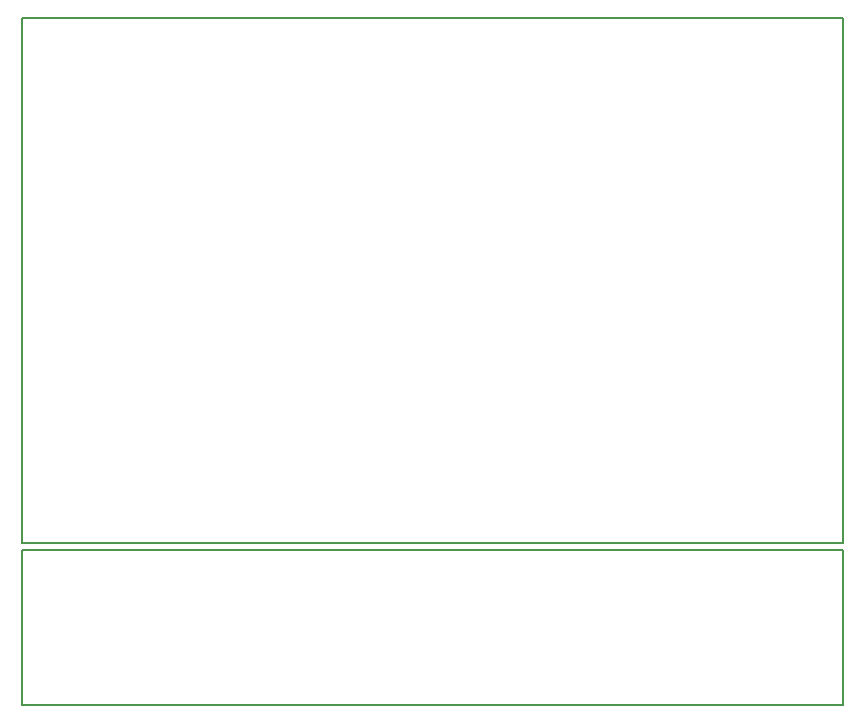
<source format=gm1>
G04 #@! TF.GenerationSoftware,KiCad,Pcbnew,8.0.5*
G04 #@! TF.CreationDate,2025-03-03T19:21:05-05:00*
G04 #@! TF.ProjectId,solar_power_manager,736f6c61-725f-4706-9f77-65725f6d616e,rev?*
G04 #@! TF.SameCoordinates,Original*
G04 #@! TF.FileFunction,Profile,NP*
%FSLAX46Y46*%
G04 Gerber Fmt 4.6, Leading zero omitted, Abs format (unit mm)*
G04 Created by KiCad (PCBNEW 8.0.5) date 2025-03-03 19:21:05*
%MOMM*%
%LPD*%
G01*
G04 APERTURE LIST*
G04 #@! TA.AperFunction,Profile*
%ADD10C,0.200000*%
G04 #@! TD*
G04 APERTURE END LIST*
D10*
X136500000Y-47500000D02*
X206000000Y-47500000D01*
X206000000Y-91910000D01*
X136500000Y-91910000D01*
X136500000Y-47500000D01*
X136500000Y-92490000D02*
X206000000Y-92490000D01*
X206000000Y-105590000D01*
X136500000Y-105590000D01*
X136500000Y-92490000D01*
M02*

</source>
